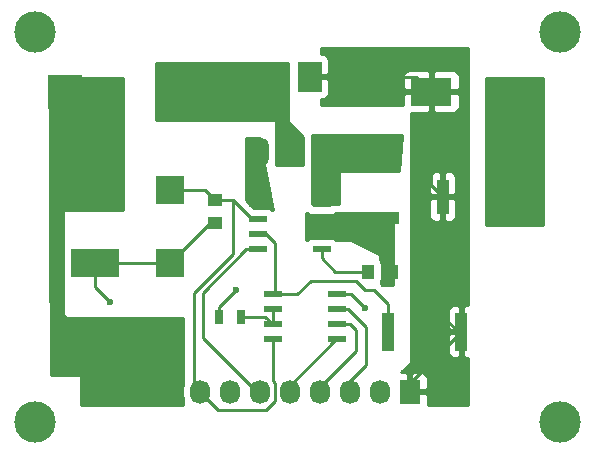
<source format=gbr>
G04 #@! TF.FileFunction,Copper,L1,Top,Signal*
%FSLAX46Y46*%
G04 Gerber Fmt 4.6, Leading zero omitted, Abs format (unit mm)*
G04 Created by KiCad (PCBNEW 4.0.0-rc2-1-stable) date Thursday, January 28, 2016 'pmt' 10:54:18 pm*
%MOMM*%
G01*
G04 APERTURE LIST*
%ADD10C,0.100000*%
%ADD11C,3.500000*%
%ADD12R,3.500120X2.400300*%
%ADD13R,4.130000X2.370000*%
%ADD14R,1.250000X1.000000*%
%ADD15R,1.000000X1.250000*%
%ADD16R,2.430000X2.370000*%
%ADD17R,0.700000X1.300000*%
%ADD18R,1.000000X3.200000*%
%ADD19R,3.200000X1.000000*%
%ADD20R,1.550000X0.600000*%
%ADD21R,1.000000X3.000000*%
%ADD22R,2.000000X2.500000*%
%ADD23R,2.999740X2.999740*%
%ADD24O,1.501140X2.499360*%
%ADD25R,1.727200X2.032000*%
%ADD26O,1.727200X2.032000*%
%ADD27C,0.600000*%
%ADD28C,0.250000*%
%ADD29C,0.254000*%
G04 APERTURE END LIST*
D10*
D11*
X165100000Y-99060000D03*
X165100000Y-132080000D03*
X120650000Y-132080000D03*
X120650000Y-99060000D03*
D12*
X154228800Y-104140000D03*
X160731200Y-104140000D03*
D13*
X125730000Y-118690000D03*
X125730000Y-112450000D03*
D14*
X135890000Y-113300000D03*
X135890000Y-115300000D03*
D15*
X148860000Y-119380000D03*
X150860000Y-119380000D03*
D16*
X132080000Y-118690000D03*
X132080000Y-112450000D03*
D17*
X138110000Y-123190000D03*
X136210000Y-123190000D03*
D18*
X156770000Y-124460000D03*
X150570000Y-124460000D03*
D19*
X149860000Y-108660000D03*
X149860000Y-114860000D03*
D20*
X139540000Y-113665000D03*
X139540000Y-114935000D03*
X139540000Y-116205000D03*
X139540000Y-117475000D03*
X144940000Y-117475000D03*
X144940000Y-116205000D03*
X144940000Y-114935000D03*
X144940000Y-113665000D03*
X146210000Y-125095000D03*
X146210000Y-123825000D03*
X146210000Y-122555000D03*
X146210000Y-121285000D03*
X140810000Y-121285000D03*
X140810000Y-122555000D03*
X140810000Y-123825000D03*
X140810000Y-125095000D03*
D21*
X155180000Y-113030000D03*
X159780000Y-113030000D03*
D22*
X140540000Y-102870000D03*
X143940000Y-102870000D03*
D23*
X133350000Y-104140000D03*
X123190000Y-104140000D03*
D24*
X142240000Y-109220000D03*
X139700000Y-109220000D03*
X144780000Y-109220000D03*
D25*
X152400000Y-129540000D03*
D26*
X149860000Y-129540000D03*
X147320000Y-129540000D03*
X144780000Y-129540000D03*
X142240000Y-129540000D03*
X139700000Y-129540000D03*
X137160000Y-129540000D03*
X134620000Y-129540000D03*
X132080000Y-129540000D03*
D27*
X148590000Y-122428000D03*
X161290000Y-114300000D03*
X148590000Y-116586000D03*
X137668000Y-120904000D03*
X127000000Y-121920000D03*
D28*
X144940000Y-117475000D02*
X144940000Y-118270000D01*
X146050000Y-119380000D02*
X148860000Y-119380000D01*
X144940000Y-118270000D02*
X146050000Y-119380000D01*
X138110000Y-123190000D02*
X140175000Y-123190000D01*
X140175000Y-123190000D02*
X140810000Y-123825000D01*
X140810000Y-122555000D02*
X140810000Y-123825000D01*
X140810000Y-121285000D02*
X142875000Y-121285000D01*
X150570000Y-122122000D02*
X150570000Y-124460000D01*
X149352000Y-120904000D02*
X150570000Y-122122000D01*
X148590000Y-120904000D02*
X149352000Y-120904000D01*
X147828000Y-120142000D02*
X148590000Y-120904000D01*
X144018000Y-120142000D02*
X147828000Y-120142000D01*
X142875000Y-121285000D02*
X144018000Y-120142000D01*
X150570000Y-123646000D02*
X150570000Y-124460000D01*
X139540000Y-116205000D02*
X140208000Y-116205000D01*
X140208000Y-116205000D02*
X140970000Y-116967000D01*
X140970000Y-116967000D02*
X140970000Y-121125000D01*
X140970000Y-121125000D02*
X140810000Y-121285000D01*
X146210000Y-121285000D02*
X147447000Y-121285000D01*
X147447000Y-121285000D02*
X148590000Y-122428000D01*
X159780000Y-113030000D02*
X160020000Y-113030000D01*
X160020000Y-113030000D02*
X161290000Y-114300000D01*
X149860000Y-114860000D02*
X149860000Y-115316000D01*
X149860000Y-115316000D02*
X148590000Y-116586000D01*
X136210000Y-123190000D02*
X136210000Y-122362000D01*
X136210000Y-122362000D02*
X137668000Y-120904000D01*
X125730000Y-118690000D02*
X125730000Y-120650000D01*
X125730000Y-120650000D02*
X127000000Y-121920000D01*
X149860000Y-114860000D02*
X149860000Y-118380000D01*
X149860000Y-118380000D02*
X150860000Y-119380000D01*
X144940000Y-114935000D02*
X149785000Y-114935000D01*
X149785000Y-114935000D02*
X149860000Y-114860000D01*
X144940000Y-114935000D02*
X144940000Y-116205000D01*
X160731200Y-104140000D02*
X160731200Y-112078800D01*
X160731200Y-112078800D02*
X159780000Y-113030000D01*
X125730000Y-118690000D02*
X132080000Y-118690000D01*
X135890000Y-115300000D02*
X135470000Y-115300000D01*
X135470000Y-115300000D02*
X132080000Y-118690000D01*
X136210000Y-115620000D02*
X135890000Y-115300000D01*
X132080000Y-118690000D02*
X132500000Y-118690000D01*
X125730000Y-112450000D02*
X121920000Y-112450000D01*
X121920000Y-112450000D02*
X121920000Y-113030000D01*
X132080000Y-129540000D02*
X129540000Y-129540000D01*
X121920000Y-121920000D02*
X121920000Y-113030000D01*
X121920000Y-113030000D02*
X121920000Y-105410000D01*
X129540000Y-129540000D02*
X121920000Y-121920000D01*
X121920000Y-105410000D02*
X123190000Y-104140000D01*
X134620000Y-129540000D02*
X134112000Y-129032000D01*
X137414000Y-117856000D02*
X137414000Y-113300000D01*
X134112000Y-121158000D02*
X137414000Y-117856000D01*
X134112000Y-129032000D02*
X134112000Y-121158000D01*
X140810000Y-125095000D02*
X140810000Y-128618000D01*
X140810000Y-128618000D02*
X140970000Y-128778000D01*
X140970000Y-128778000D02*
X140970000Y-130302000D01*
X140970000Y-130302000D02*
X140208000Y-131064000D01*
X140208000Y-131064000D02*
X136144000Y-131064000D01*
X136144000Y-131064000D02*
X134620000Y-129540000D01*
X135890000Y-113300000D02*
X137414000Y-113300000D01*
X137414000Y-113300000D02*
X137430000Y-113300000D01*
X137922000Y-113792000D02*
X139065000Y-114935000D01*
X137430000Y-113300000D02*
X137922000Y-113792000D01*
X139065000Y-114935000D02*
X139540000Y-114935000D01*
X132080000Y-112450000D02*
X135040000Y-112450000D01*
X135040000Y-112450000D02*
X135890000Y-113300000D01*
X139700000Y-129540000D02*
X139446000Y-129540000D01*
X139446000Y-129540000D02*
X134874000Y-124968000D01*
X134874000Y-124968000D02*
X134874000Y-121158000D01*
X134874000Y-121158000D02*
X138557000Y-117475000D01*
X138557000Y-117475000D02*
X139540000Y-117475000D01*
X139540000Y-117475000D02*
X139319000Y-117475000D01*
X146210000Y-125095000D02*
X146177000Y-125095000D01*
X146177000Y-125095000D02*
X142240000Y-129032000D01*
X142240000Y-129032000D02*
X142240000Y-129540000D01*
X146210000Y-123825000D02*
X147320000Y-123825000D01*
X147828000Y-126111000D02*
X144780000Y-129159000D01*
X147828000Y-124333000D02*
X147828000Y-126111000D01*
X147320000Y-123825000D02*
X147828000Y-124333000D01*
X144780000Y-129159000D02*
X144780000Y-129540000D01*
X147320000Y-129540000D02*
X147320000Y-128651000D01*
X147193000Y-122555000D02*
X146210000Y-122555000D01*
X148717000Y-124079000D02*
X147193000Y-122555000D01*
X148717000Y-127254000D02*
X148717000Y-124079000D01*
X147320000Y-128651000D02*
X148717000Y-127254000D01*
X152400000Y-129540000D02*
X152400000Y-128830000D01*
X152400000Y-128830000D02*
X156770000Y-124460000D01*
X155180000Y-113030000D02*
X155180000Y-123124000D01*
X155180000Y-123124000D02*
X156516000Y-124460000D01*
X154228800Y-104140000D02*
X154228800Y-112078800D01*
X154228800Y-112078800D02*
X155180000Y-113030000D01*
X143940000Y-102870000D02*
X152958800Y-102870000D01*
X152958800Y-102870000D02*
X154228800Y-104140000D01*
D29*
G36*
X128143000Y-114173000D02*
X123190000Y-114173000D01*
X123140590Y-114183006D01*
X123098965Y-114211447D01*
X123071685Y-114253841D01*
X123063000Y-114300000D01*
X123063000Y-117280611D01*
X123017560Y-117505000D01*
X123017560Y-119875000D01*
X123061838Y-120110317D01*
X123063000Y-120112123D01*
X123063000Y-123190000D01*
X123073006Y-123239410D01*
X123101447Y-123281035D01*
X123143841Y-123308315D01*
X123190000Y-123317000D01*
X133223000Y-123317000D01*
X133223000Y-128844477D01*
X133121400Y-129355255D01*
X133121400Y-129724745D01*
X133223000Y-130235523D01*
X133223000Y-130683000D01*
X124587000Y-130683000D01*
X124587000Y-128270000D01*
X124576994Y-128220590D01*
X124548553Y-128178965D01*
X124506159Y-128151685D01*
X124460000Y-128143000D01*
X122047000Y-128143000D01*
X122047000Y-102997000D01*
X128143000Y-102997000D01*
X128143000Y-114173000D01*
X128143000Y-114173000D01*
G37*
X128143000Y-114173000D02*
X123190000Y-114173000D01*
X123140590Y-114183006D01*
X123098965Y-114211447D01*
X123071685Y-114253841D01*
X123063000Y-114300000D01*
X123063000Y-117280611D01*
X123017560Y-117505000D01*
X123017560Y-119875000D01*
X123061838Y-120110317D01*
X123063000Y-120112123D01*
X123063000Y-123190000D01*
X123073006Y-123239410D01*
X123101447Y-123281035D01*
X123143841Y-123308315D01*
X123190000Y-123317000D01*
X133223000Y-123317000D01*
X133223000Y-128844477D01*
X133121400Y-129355255D01*
X133121400Y-129724745D01*
X133223000Y-130235523D01*
X133223000Y-130683000D01*
X124587000Y-130683000D01*
X124587000Y-128270000D01*
X124576994Y-128220590D01*
X124548553Y-128178965D01*
X124506159Y-128151685D01*
X124460000Y-128143000D01*
X122047000Y-128143000D01*
X122047000Y-102997000D01*
X128143000Y-102997000D01*
X128143000Y-114173000D01*
G36*
X142113000Y-106680000D02*
X142123006Y-106729410D01*
X142150197Y-106769803D01*
X143383000Y-108002606D01*
X143383000Y-110363000D01*
X141097000Y-110363000D01*
X141097000Y-106680000D01*
X141086994Y-106630590D01*
X141058553Y-106588965D01*
X141016159Y-106561685D01*
X140970000Y-106553000D01*
X130937000Y-106553000D01*
X130937000Y-101727000D01*
X142113000Y-101727000D01*
X142113000Y-106680000D01*
X142113000Y-106680000D01*
G37*
X142113000Y-106680000D02*
X142123006Y-106729410D01*
X142150197Y-106769803D01*
X143383000Y-108002606D01*
X143383000Y-110363000D01*
X141097000Y-110363000D01*
X141097000Y-106680000D01*
X141086994Y-106630590D01*
X141058553Y-106588965D01*
X141016159Y-106561685D01*
X140970000Y-106553000D01*
X130937000Y-106553000D01*
X130937000Y-101727000D01*
X142113000Y-101727000D01*
X142113000Y-106680000D01*
G36*
X140815085Y-114173000D02*
X140763636Y-114173000D01*
X140566890Y-114038569D01*
X140315000Y-113987560D01*
X139192362Y-113987560D01*
X138557000Y-113352198D01*
X138557000Y-108077000D01*
X139595885Y-108077000D01*
X140815085Y-114173000D01*
X140815085Y-114173000D01*
G37*
X140815085Y-114173000D02*
X140763636Y-114173000D01*
X140566890Y-114038569D01*
X140315000Y-113987560D01*
X139192362Y-113987560D01*
X138557000Y-113352198D01*
X138557000Y-108077000D01*
X139595885Y-108077000D01*
X140815085Y-114173000D01*
G36*
X163703000Y-115443000D02*
X158877000Y-115443000D01*
X158877000Y-102997000D01*
X163703000Y-102997000D01*
X163703000Y-115443000D01*
X163703000Y-115443000D01*
G37*
X163703000Y-115443000D02*
X158877000Y-115443000D01*
X158877000Y-102997000D01*
X163703000Y-102997000D01*
X163703000Y-115443000D01*
G36*
X143913110Y-114561431D02*
X144165000Y-114612440D01*
X145715000Y-114612440D01*
X145950317Y-114568162D01*
X146166441Y-114429090D01*
X146167869Y-114427000D01*
X151003000Y-114427000D01*
X151003000Y-120523000D01*
X150045802Y-120523000D01*
X149987000Y-120464198D01*
X149987000Y-120105936D01*
X150007440Y-120005000D01*
X150007440Y-118755000D01*
X149987000Y-118646371D01*
X149987000Y-118110000D01*
X149976994Y-118060590D01*
X149948553Y-118018965D01*
X149916796Y-117996408D01*
X147376796Y-116726408D01*
X147320000Y-116713000D01*
X146163636Y-116713000D01*
X145966890Y-116578569D01*
X145715000Y-116527560D01*
X144165000Y-116527560D01*
X143929683Y-116571838D01*
X143713559Y-116710910D01*
X143712131Y-116713000D01*
X143637000Y-116713000D01*
X143637000Y-114427000D01*
X143716364Y-114427000D01*
X143913110Y-114561431D01*
X143913110Y-114561431D01*
G37*
X143913110Y-114561431D02*
X144165000Y-114612440D01*
X145715000Y-114612440D01*
X145950317Y-114568162D01*
X146166441Y-114429090D01*
X146167869Y-114427000D01*
X151003000Y-114427000D01*
X151003000Y-120523000D01*
X150045802Y-120523000D01*
X149987000Y-120464198D01*
X149987000Y-120105936D01*
X150007440Y-120005000D01*
X150007440Y-118755000D01*
X149987000Y-118646371D01*
X149987000Y-118110000D01*
X149976994Y-118060590D01*
X149948553Y-118018965D01*
X149916796Y-117996408D01*
X147376796Y-116726408D01*
X147320000Y-116713000D01*
X146163636Y-116713000D01*
X145966890Y-116578569D01*
X145715000Y-116527560D01*
X144165000Y-116527560D01*
X143929683Y-116571838D01*
X143713559Y-116710910D01*
X143712131Y-116713000D01*
X143637000Y-116713000D01*
X143637000Y-114427000D01*
X143716364Y-114427000D01*
X143913110Y-114561431D01*
G36*
X151520394Y-110871000D02*
X146558000Y-110871000D01*
X146508590Y-110881006D01*
X146466965Y-110909447D01*
X146439685Y-110951841D01*
X146431000Y-110998000D01*
X146431000Y-113665000D01*
X144145000Y-113665000D01*
X144145000Y-107823000D01*
X151754856Y-107823000D01*
X151520394Y-110871000D01*
X151520394Y-110871000D01*
G37*
X151520394Y-110871000D02*
X146558000Y-110871000D01*
X146508590Y-110881006D01*
X146466965Y-110909447D01*
X146439685Y-110951841D01*
X146431000Y-110998000D01*
X146431000Y-113665000D01*
X144145000Y-113665000D01*
X144145000Y-107823000D01*
X151754856Y-107823000D01*
X151520394Y-110871000D01*
G36*
X157353000Y-122225000D02*
X157055750Y-122225000D01*
X156897000Y-122383750D01*
X156897000Y-124333000D01*
X156917000Y-124333000D01*
X156917000Y-124587000D01*
X156897000Y-124587000D01*
X156897000Y-126536250D01*
X157055750Y-126695000D01*
X157353000Y-126695000D01*
X157353000Y-130683000D01*
X153898314Y-130683000D01*
X153898600Y-130682309D01*
X153898600Y-129825750D01*
X153739850Y-129667000D01*
X152527000Y-129667000D01*
X152527000Y-129687000D01*
X152273000Y-129687000D01*
X152273000Y-129667000D01*
X152253000Y-129667000D01*
X152253000Y-129413000D01*
X152273000Y-129413000D01*
X152273000Y-128047750D01*
X152527000Y-128047750D01*
X152527000Y-129413000D01*
X153739850Y-129413000D01*
X153898600Y-129254250D01*
X153898600Y-128397691D01*
X153801927Y-128164302D01*
X153623299Y-127985673D01*
X153389910Y-127889000D01*
X152685750Y-127889000D01*
X152527000Y-128047750D01*
X152273000Y-128047750D01*
X152114250Y-127889000D01*
X151690606Y-127889000D01*
X152489803Y-127089803D01*
X152517666Y-127047789D01*
X152527000Y-127000000D01*
X152527000Y-124745750D01*
X155635000Y-124745750D01*
X155635000Y-126186310D01*
X155731673Y-126419699D01*
X155910302Y-126598327D01*
X156143691Y-126695000D01*
X156484250Y-126695000D01*
X156643000Y-126536250D01*
X156643000Y-124587000D01*
X155793750Y-124587000D01*
X155635000Y-124745750D01*
X152527000Y-124745750D01*
X152527000Y-122733690D01*
X155635000Y-122733690D01*
X155635000Y-124174250D01*
X155793750Y-124333000D01*
X156643000Y-124333000D01*
X156643000Y-122383750D01*
X156484250Y-122225000D01*
X156143691Y-122225000D01*
X155910302Y-122321673D01*
X155731673Y-122500301D01*
X155635000Y-122733690D01*
X152527000Y-122733690D01*
X152527000Y-113315750D01*
X154045000Y-113315750D01*
X154045000Y-114656310D01*
X154141673Y-114889699D01*
X154320302Y-115068327D01*
X154553691Y-115165000D01*
X154894250Y-115165000D01*
X155053000Y-115006250D01*
X155053000Y-113157000D01*
X155307000Y-113157000D01*
X155307000Y-115006250D01*
X155465750Y-115165000D01*
X155806309Y-115165000D01*
X156039698Y-115068327D01*
X156218327Y-114889699D01*
X156315000Y-114656310D01*
X156315000Y-113315750D01*
X156156250Y-113157000D01*
X155307000Y-113157000D01*
X155053000Y-113157000D01*
X154203750Y-113157000D01*
X154045000Y-113315750D01*
X152527000Y-113315750D01*
X152527000Y-111403690D01*
X154045000Y-111403690D01*
X154045000Y-112744250D01*
X154203750Y-112903000D01*
X155053000Y-112903000D01*
X155053000Y-111053750D01*
X155307000Y-111053750D01*
X155307000Y-112903000D01*
X156156250Y-112903000D01*
X156315000Y-112744250D01*
X156315000Y-111403690D01*
X156218327Y-111170301D01*
X156039698Y-110991673D01*
X155806309Y-110895000D01*
X155465750Y-110895000D01*
X155307000Y-111053750D01*
X155053000Y-111053750D01*
X154894250Y-110895000D01*
X154553691Y-110895000D01*
X154320302Y-110991673D01*
X154141673Y-111170301D01*
X154045000Y-111403690D01*
X152527000Y-111403690D01*
X152527000Y-105975150D01*
X153943050Y-105975150D01*
X154101800Y-105816400D01*
X154101800Y-104267000D01*
X154355800Y-104267000D01*
X154355800Y-105816400D01*
X154514550Y-105975150D01*
X156105169Y-105975150D01*
X156338558Y-105878477D01*
X156517187Y-105699849D01*
X156613860Y-105466460D01*
X156613860Y-104425750D01*
X156455110Y-104267000D01*
X154355800Y-104267000D01*
X154101800Y-104267000D01*
X152002490Y-104267000D01*
X151843740Y-104425750D01*
X151843740Y-105283000D01*
X144907000Y-105283000D01*
X144907000Y-104755000D01*
X145066309Y-104755000D01*
X145299698Y-104658327D01*
X145478327Y-104479699D01*
X145575000Y-104246310D01*
X145575000Y-103155750D01*
X145416250Y-102997000D01*
X144907000Y-102997000D01*
X144907000Y-102813540D01*
X151843740Y-102813540D01*
X151843740Y-103854250D01*
X152002490Y-104013000D01*
X154101800Y-104013000D01*
X154101800Y-102463600D01*
X154355800Y-102463600D01*
X154355800Y-104013000D01*
X156455110Y-104013000D01*
X156613860Y-103854250D01*
X156613860Y-102813540D01*
X156517187Y-102580151D01*
X156338558Y-102401523D01*
X156105169Y-102304850D01*
X154514550Y-102304850D01*
X154355800Y-102463600D01*
X154101800Y-102463600D01*
X153943050Y-102304850D01*
X152352431Y-102304850D01*
X152119042Y-102401523D01*
X151940413Y-102580151D01*
X151843740Y-102813540D01*
X144907000Y-102813540D01*
X144907000Y-102743000D01*
X145416250Y-102743000D01*
X145575000Y-102584250D01*
X145575000Y-101493690D01*
X145478327Y-101260301D01*
X145299698Y-101081673D01*
X145066309Y-100985000D01*
X144907000Y-100985000D01*
X144907000Y-100457000D01*
X157353000Y-100457000D01*
X157353000Y-122225000D01*
X157353000Y-122225000D01*
G37*
X157353000Y-122225000D02*
X157055750Y-122225000D01*
X156897000Y-122383750D01*
X156897000Y-124333000D01*
X156917000Y-124333000D01*
X156917000Y-124587000D01*
X156897000Y-124587000D01*
X156897000Y-126536250D01*
X157055750Y-126695000D01*
X157353000Y-126695000D01*
X157353000Y-130683000D01*
X153898314Y-130683000D01*
X153898600Y-130682309D01*
X153898600Y-129825750D01*
X153739850Y-129667000D01*
X152527000Y-129667000D01*
X152527000Y-129687000D01*
X152273000Y-129687000D01*
X152273000Y-129667000D01*
X152253000Y-129667000D01*
X152253000Y-129413000D01*
X152273000Y-129413000D01*
X152273000Y-128047750D01*
X152527000Y-128047750D01*
X152527000Y-129413000D01*
X153739850Y-129413000D01*
X153898600Y-129254250D01*
X153898600Y-128397691D01*
X153801927Y-128164302D01*
X153623299Y-127985673D01*
X153389910Y-127889000D01*
X152685750Y-127889000D01*
X152527000Y-128047750D01*
X152273000Y-128047750D01*
X152114250Y-127889000D01*
X151690606Y-127889000D01*
X152489803Y-127089803D01*
X152517666Y-127047789D01*
X152527000Y-127000000D01*
X152527000Y-124745750D01*
X155635000Y-124745750D01*
X155635000Y-126186310D01*
X155731673Y-126419699D01*
X155910302Y-126598327D01*
X156143691Y-126695000D01*
X156484250Y-126695000D01*
X156643000Y-126536250D01*
X156643000Y-124587000D01*
X155793750Y-124587000D01*
X155635000Y-124745750D01*
X152527000Y-124745750D01*
X152527000Y-122733690D01*
X155635000Y-122733690D01*
X155635000Y-124174250D01*
X155793750Y-124333000D01*
X156643000Y-124333000D01*
X156643000Y-122383750D01*
X156484250Y-122225000D01*
X156143691Y-122225000D01*
X155910302Y-122321673D01*
X155731673Y-122500301D01*
X155635000Y-122733690D01*
X152527000Y-122733690D01*
X152527000Y-113315750D01*
X154045000Y-113315750D01*
X154045000Y-114656310D01*
X154141673Y-114889699D01*
X154320302Y-115068327D01*
X154553691Y-115165000D01*
X154894250Y-115165000D01*
X155053000Y-115006250D01*
X155053000Y-113157000D01*
X155307000Y-113157000D01*
X155307000Y-115006250D01*
X155465750Y-115165000D01*
X155806309Y-115165000D01*
X156039698Y-115068327D01*
X156218327Y-114889699D01*
X156315000Y-114656310D01*
X156315000Y-113315750D01*
X156156250Y-113157000D01*
X155307000Y-113157000D01*
X155053000Y-113157000D01*
X154203750Y-113157000D01*
X154045000Y-113315750D01*
X152527000Y-113315750D01*
X152527000Y-111403690D01*
X154045000Y-111403690D01*
X154045000Y-112744250D01*
X154203750Y-112903000D01*
X155053000Y-112903000D01*
X155053000Y-111053750D01*
X155307000Y-111053750D01*
X155307000Y-112903000D01*
X156156250Y-112903000D01*
X156315000Y-112744250D01*
X156315000Y-111403690D01*
X156218327Y-111170301D01*
X156039698Y-110991673D01*
X155806309Y-110895000D01*
X155465750Y-110895000D01*
X155307000Y-111053750D01*
X155053000Y-111053750D01*
X154894250Y-110895000D01*
X154553691Y-110895000D01*
X154320302Y-110991673D01*
X154141673Y-111170301D01*
X154045000Y-111403690D01*
X152527000Y-111403690D01*
X152527000Y-105975150D01*
X153943050Y-105975150D01*
X154101800Y-105816400D01*
X154101800Y-104267000D01*
X154355800Y-104267000D01*
X154355800Y-105816400D01*
X154514550Y-105975150D01*
X156105169Y-105975150D01*
X156338558Y-105878477D01*
X156517187Y-105699849D01*
X156613860Y-105466460D01*
X156613860Y-104425750D01*
X156455110Y-104267000D01*
X154355800Y-104267000D01*
X154101800Y-104267000D01*
X152002490Y-104267000D01*
X151843740Y-104425750D01*
X151843740Y-105283000D01*
X144907000Y-105283000D01*
X144907000Y-104755000D01*
X145066309Y-104755000D01*
X145299698Y-104658327D01*
X145478327Y-104479699D01*
X145575000Y-104246310D01*
X145575000Y-103155750D01*
X145416250Y-102997000D01*
X144907000Y-102997000D01*
X144907000Y-102813540D01*
X151843740Y-102813540D01*
X151843740Y-103854250D01*
X152002490Y-104013000D01*
X154101800Y-104013000D01*
X154101800Y-102463600D01*
X154355800Y-102463600D01*
X154355800Y-104013000D01*
X156455110Y-104013000D01*
X156613860Y-103854250D01*
X156613860Y-102813540D01*
X156517187Y-102580151D01*
X156338558Y-102401523D01*
X156105169Y-102304850D01*
X154514550Y-102304850D01*
X154355800Y-102463600D01*
X154101800Y-102463600D01*
X153943050Y-102304850D01*
X152352431Y-102304850D01*
X152119042Y-102401523D01*
X151940413Y-102580151D01*
X151843740Y-102813540D01*
X144907000Y-102813540D01*
X144907000Y-102743000D01*
X145416250Y-102743000D01*
X145575000Y-102584250D01*
X145575000Y-101493690D01*
X145478327Y-101260301D01*
X145299698Y-101081673D01*
X145066309Y-100985000D01*
X144907000Y-100985000D01*
X144907000Y-100457000D01*
X157353000Y-100457000D01*
X157353000Y-122225000D01*
M02*

</source>
